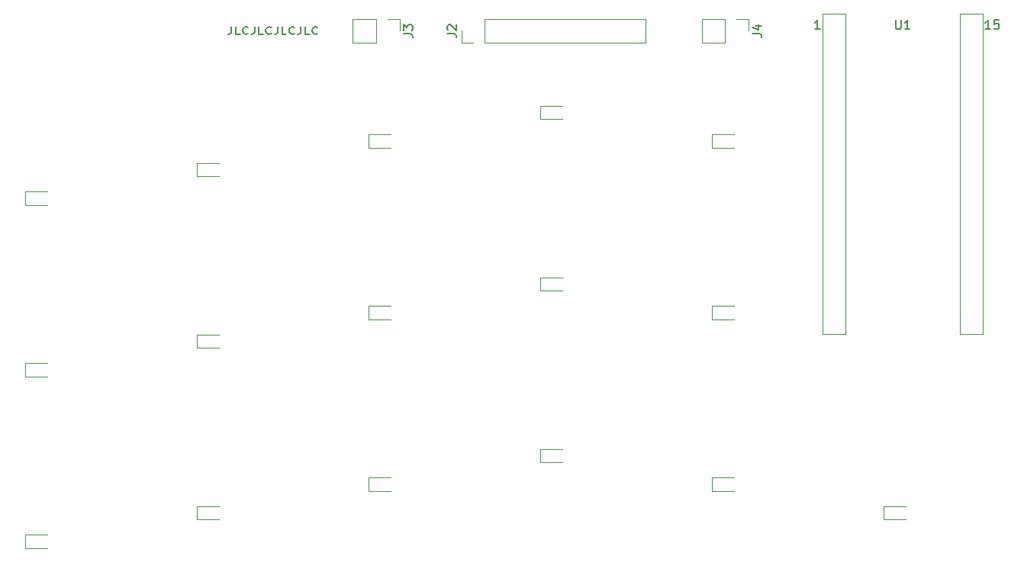
<source format=gbr>
%TF.GenerationSoftware,KiCad,Pcbnew,(5.1.9)-1*%
%TF.CreationDate,2021-07-17T19:18:11-05:00*%
%TF.ProjectId,TartarSauce,54617274-6172-4536-9175-63652e6b6963,rev?*%
%TF.SameCoordinates,Original*%
%TF.FileFunction,Legend,Top*%
%TF.FilePolarity,Positive*%
%FSLAX46Y46*%
G04 Gerber Fmt 4.6, Leading zero omitted, Abs format (unit mm)*
G04 Created by KiCad (PCBNEW (5.1.9)-1) date 2021-07-17 19:18:11*
%MOMM*%
%LPD*%
G01*
G04 APERTURE LIST*
%ADD10C,0.150000*%
%ADD11C,0.120000*%
G04 APERTURE END LIST*
D10*
X61420952Y-36391904D02*
X61420952Y-36963333D01*
X61373333Y-37077619D01*
X61278095Y-37153809D01*
X61135238Y-37191904D01*
X61040000Y-37191904D01*
X62373333Y-37191904D02*
X61897142Y-37191904D01*
X61897142Y-36391904D01*
X63278095Y-37115714D02*
X63230476Y-37153809D01*
X63087619Y-37191904D01*
X62992380Y-37191904D01*
X62849523Y-37153809D01*
X62754285Y-37077619D01*
X62706666Y-37001428D01*
X62659047Y-36849047D01*
X62659047Y-36734761D01*
X62706666Y-36582380D01*
X62754285Y-36506190D01*
X62849523Y-36430000D01*
X62992380Y-36391904D01*
X63087619Y-36391904D01*
X63230476Y-36430000D01*
X63278095Y-36468095D01*
X63992380Y-36391904D02*
X63992380Y-36963333D01*
X63944761Y-37077619D01*
X63849523Y-37153809D01*
X63706666Y-37191904D01*
X63611428Y-37191904D01*
X64944761Y-37191904D02*
X64468571Y-37191904D01*
X64468571Y-36391904D01*
X65849523Y-37115714D02*
X65801904Y-37153809D01*
X65659047Y-37191904D01*
X65563809Y-37191904D01*
X65420952Y-37153809D01*
X65325714Y-37077619D01*
X65278095Y-37001428D01*
X65230476Y-36849047D01*
X65230476Y-36734761D01*
X65278095Y-36582380D01*
X65325714Y-36506190D01*
X65420952Y-36430000D01*
X65563809Y-36391904D01*
X65659047Y-36391904D01*
X65801904Y-36430000D01*
X65849523Y-36468095D01*
X66563809Y-36391904D02*
X66563809Y-36963333D01*
X66516190Y-37077619D01*
X66420952Y-37153809D01*
X66278095Y-37191904D01*
X66182857Y-37191904D01*
X67516190Y-37191904D02*
X67040000Y-37191904D01*
X67040000Y-36391904D01*
X68420952Y-37115714D02*
X68373333Y-37153809D01*
X68230476Y-37191904D01*
X68135238Y-37191904D01*
X67992380Y-37153809D01*
X67897142Y-37077619D01*
X67849523Y-37001428D01*
X67801904Y-36849047D01*
X67801904Y-36734761D01*
X67849523Y-36582380D01*
X67897142Y-36506190D01*
X67992380Y-36430000D01*
X68135238Y-36391904D01*
X68230476Y-36391904D01*
X68373333Y-36430000D01*
X68420952Y-36468095D01*
X69135238Y-36391904D02*
X69135238Y-36963333D01*
X69087619Y-37077619D01*
X68992380Y-37153809D01*
X68849523Y-37191904D01*
X68754285Y-37191904D01*
X70087619Y-37191904D02*
X69611428Y-37191904D01*
X69611428Y-36391904D01*
X70992380Y-37115714D02*
X70944761Y-37153809D01*
X70801904Y-37191904D01*
X70706666Y-37191904D01*
X70563809Y-37153809D01*
X70468571Y-37077619D01*
X70420952Y-37001428D01*
X70373333Y-36849047D01*
X70373333Y-36734761D01*
X70420952Y-36582380D01*
X70468571Y-36506190D01*
X70563809Y-36430000D01*
X70706666Y-36391904D01*
X70801904Y-36391904D01*
X70944761Y-36430000D01*
X70992380Y-36468095D01*
D11*
%TO.C,U1*%
X127000000Y-70485000D02*
X127000000Y-34925000D01*
X129540000Y-70485000D02*
X127000000Y-70485000D01*
X129540000Y-34925000D02*
X129540000Y-70485000D01*
X127000000Y-34925000D02*
X129540000Y-34925000D01*
X142240000Y-70485000D02*
X142240000Y-34925000D01*
X144780000Y-70485000D02*
X142240000Y-70485000D01*
X144780000Y-34925000D02*
X144780000Y-70485000D01*
X142240000Y-34925000D02*
X144780000Y-34925000D01*
%TO.C,MX18*%
X136205947Y-89621114D02*
X133745947Y-89621114D01*
X133745947Y-91091114D02*
X136205947Y-91091114D01*
X133745947Y-89621114D02*
X133745947Y-91091114D01*
%TO.C,MX11*%
X98108395Y-64222746D02*
X95648395Y-64222746D01*
X95648395Y-65692746D02*
X98108395Y-65692746D01*
X95648395Y-64222746D02*
X95648395Y-65692746D01*
%TO.C,MX15*%
X117157171Y-86446318D02*
X114697171Y-86446318D01*
X114697171Y-87916318D02*
X117157171Y-87916318D01*
X114697171Y-86446318D02*
X114697171Y-87916318D01*
%TO.C,MX14*%
X117157171Y-67397542D02*
X114697171Y-67397542D01*
X114697171Y-68867542D02*
X117157171Y-68867542D01*
X114697171Y-67397542D02*
X114697171Y-68867542D01*
%TO.C,MX13*%
X117157171Y-48348766D02*
X114697171Y-48348766D01*
X114697171Y-49818766D02*
X117157171Y-49818766D01*
X114697171Y-48348766D02*
X114697171Y-49818766D01*
%TO.C,MX12*%
X98108395Y-83271522D02*
X95648395Y-83271522D01*
X95648395Y-84741522D02*
X98108395Y-84741522D01*
X95648395Y-83271522D02*
X95648395Y-84741522D01*
%TO.C,MX10*%
X98108395Y-45173970D02*
X95648395Y-45173970D01*
X95648395Y-46643970D02*
X98108395Y-46643970D01*
X95648395Y-45173970D02*
X95648395Y-46643970D01*
%TO.C,MX9*%
X79059619Y-86446318D02*
X76599619Y-86446318D01*
X76599619Y-87916318D02*
X79059619Y-87916318D01*
X76599619Y-86446318D02*
X76599619Y-87916318D01*
%TO.C,MX8*%
X79059619Y-67397542D02*
X76599619Y-67397542D01*
X76599619Y-68867542D02*
X79059619Y-68867542D01*
X76599619Y-67397542D02*
X76599619Y-68867542D01*
%TO.C,MX7*%
X79059619Y-48348766D02*
X76599619Y-48348766D01*
X76599619Y-49818766D02*
X79059619Y-49818766D01*
X76599619Y-48348766D02*
X76599619Y-49818766D01*
%TO.C,MX6*%
X60010843Y-89621114D02*
X57550843Y-89621114D01*
X57550843Y-91091114D02*
X60010843Y-91091114D01*
X57550843Y-89621114D02*
X57550843Y-91091114D01*
%TO.C,MX5*%
X60010843Y-70572338D02*
X57550843Y-70572338D01*
X57550843Y-72042338D02*
X60010843Y-72042338D01*
X57550843Y-70572338D02*
X57550843Y-72042338D01*
%TO.C,MX4*%
X60010843Y-51523562D02*
X57550843Y-51523562D01*
X57550843Y-52993562D02*
X60010843Y-52993562D01*
X57550843Y-51523562D02*
X57550843Y-52993562D01*
%TO.C,MX3*%
X40962067Y-92795910D02*
X38502067Y-92795910D01*
X38502067Y-94265910D02*
X40962067Y-94265910D01*
X38502067Y-92795910D02*
X38502067Y-94265910D01*
%TO.C,MX2*%
X40962067Y-73747134D02*
X38502067Y-73747134D01*
X38502067Y-75217134D02*
X40962067Y-75217134D01*
X38502067Y-73747134D02*
X38502067Y-75217134D01*
%TO.C,MX1*%
X40962067Y-54698358D02*
X38502067Y-54698358D01*
X38502067Y-56168358D02*
X40962067Y-56168358D01*
X38502067Y-54698358D02*
X38502067Y-56168358D01*
%TO.C,J4*%
X118805000Y-35500000D02*
X118805000Y-36830000D01*
X117475000Y-35500000D02*
X118805000Y-35500000D01*
X116205000Y-35500000D02*
X116205000Y-38160000D01*
X116205000Y-38160000D02*
X113605000Y-38160000D01*
X116205000Y-35500000D02*
X113605000Y-35500000D01*
X113605000Y-35500000D02*
X113605000Y-38160000D01*
%TO.C,J3*%
X80065308Y-35499388D02*
X80065308Y-36829388D01*
X78735308Y-35499388D02*
X80065308Y-35499388D01*
X77465308Y-35499388D02*
X77465308Y-38159388D01*
X77465308Y-38159388D02*
X74865308Y-38159388D01*
X77465308Y-35499388D02*
X74865308Y-35499388D01*
X74865308Y-35499388D02*
X74865308Y-38159388D01*
%TO.C,J2*%
X86929696Y-38159388D02*
X86929696Y-36829388D01*
X88259696Y-38159388D02*
X86929696Y-38159388D01*
X89529696Y-38159388D02*
X89529696Y-35499388D01*
X89529696Y-35499388D02*
X107369696Y-35499388D01*
X89529696Y-38159388D02*
X107369696Y-38159388D01*
X107369696Y-38159388D02*
X107369696Y-35499388D01*
%TO.C,U1*%
D10*
X135128095Y-35647380D02*
X135128095Y-36456904D01*
X135175714Y-36552142D01*
X135223333Y-36599761D01*
X135318571Y-36647380D01*
X135509047Y-36647380D01*
X135604285Y-36599761D01*
X135651904Y-36552142D01*
X135699523Y-36456904D01*
X135699523Y-35647380D01*
X136699523Y-36647380D02*
X136128095Y-36647380D01*
X136413809Y-36647380D02*
X136413809Y-35647380D01*
X136318571Y-35790238D01*
X136223333Y-35885476D01*
X136128095Y-35933095D01*
X126712023Y-36647380D02*
X126140595Y-36647380D01*
X126426309Y-36647380D02*
X126426309Y-35647380D01*
X126331071Y-35790238D01*
X126235833Y-35885476D01*
X126140595Y-35933095D01*
X145639404Y-36647380D02*
X145067976Y-36647380D01*
X145353690Y-36647380D02*
X145353690Y-35647380D01*
X145258452Y-35790238D01*
X145163214Y-35885476D01*
X145067976Y-35933095D01*
X146544166Y-35647380D02*
X146067976Y-35647380D01*
X146020357Y-36123571D01*
X146067976Y-36075952D01*
X146163214Y-36028333D01*
X146401309Y-36028333D01*
X146496547Y-36075952D01*
X146544166Y-36123571D01*
X146591785Y-36218809D01*
X146591785Y-36456904D01*
X146544166Y-36552142D01*
X146496547Y-36599761D01*
X146401309Y-36647380D01*
X146163214Y-36647380D01*
X146067976Y-36599761D01*
X146020357Y-36552142D01*
%TO.C,J4*%
X119257380Y-37163333D02*
X119971666Y-37163333D01*
X120114523Y-37210952D01*
X120209761Y-37306190D01*
X120257380Y-37449047D01*
X120257380Y-37544285D01*
X119590714Y-36258571D02*
X120257380Y-36258571D01*
X119209761Y-36496666D02*
X119924047Y-36734761D01*
X119924047Y-36115714D01*
%TO.C,J3*%
X80517688Y-37162721D02*
X81231974Y-37162721D01*
X81374831Y-37210340D01*
X81470069Y-37305578D01*
X81517688Y-37448435D01*
X81517688Y-37543673D01*
X80517688Y-36781768D02*
X80517688Y-36162721D01*
X80898641Y-36496054D01*
X80898641Y-36353197D01*
X80946260Y-36257959D01*
X80993879Y-36210340D01*
X81089117Y-36162721D01*
X81327212Y-36162721D01*
X81422450Y-36210340D01*
X81470069Y-36257959D01*
X81517688Y-36353197D01*
X81517688Y-36638911D01*
X81470069Y-36734149D01*
X81422450Y-36781768D01*
%TO.C,J2*%
X85382076Y-37162721D02*
X86096362Y-37162721D01*
X86239219Y-37210340D01*
X86334457Y-37305578D01*
X86382076Y-37448435D01*
X86382076Y-37543673D01*
X85477315Y-36734149D02*
X85429696Y-36686530D01*
X85382076Y-36591292D01*
X85382076Y-36353197D01*
X85429696Y-36257959D01*
X85477315Y-36210340D01*
X85572553Y-36162721D01*
X85667791Y-36162721D01*
X85810648Y-36210340D01*
X86382076Y-36781768D01*
X86382076Y-36162721D01*
%TD*%
M02*

</source>
